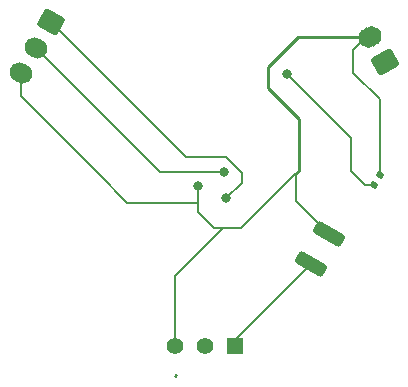
<source format=gbr>
%TF.GenerationSoftware,KiCad,Pcbnew,(6.0.8-1)-1*%
%TF.CreationDate,2022-11-16T20:25:00-05:00*%
%TF.ProjectId,Untitled,556e7469-746c-4656-942e-6b696361645f,rev?*%
%TF.SameCoordinates,Original*%
%TF.FileFunction,Copper,L2,Bot*%
%TF.FilePolarity,Positive*%
%FSLAX46Y46*%
G04 Gerber Fmt 4.6, Leading zero omitted, Abs format (unit mm)*
G04 Created by KiCad (PCBNEW (6.0.8-1)-1) date 2022-11-16 20:25:00*
%MOMM*%
%LPD*%
G01*
G04 APERTURE LIST*
G04 Aperture macros list*
%AMRoundRect*
0 Rectangle with rounded corners*
0 $1 Rounding radius*
0 $2 $3 $4 $5 $6 $7 $8 $9 X,Y pos of 4 corners*
0 Add a 4 corners polygon primitive as box body*
4,1,4,$2,$3,$4,$5,$6,$7,$8,$9,$2,$3,0*
0 Add four circle primitives for the rounded corners*
1,1,$1+$1,$2,$3*
1,1,$1+$1,$4,$5*
1,1,$1+$1,$6,$7*
1,1,$1+$1,$8,$9*
0 Add four rect primitives between the rounded corners*
20,1,$1+$1,$2,$3,$4,$5,0*
20,1,$1+$1,$4,$5,$6,$7,0*
20,1,$1+$1,$6,$7,$8,$9,0*
20,1,$1+$1,$8,$9,$2,$3,0*%
%AMHorizOval*
0 Thick line with rounded ends*
0 $1 width*
0 $2 $3 position (X,Y) of the first rounded end (center of the circle)*
0 $4 $5 position (X,Y) of the second rounded end (center of the circle)*
0 Add line between two ends*
20,1,$1,$2,$3,$4,$5,0*
0 Add two circle primitives to create the rounded ends*
1,1,$1,$2,$3*
1,1,$1,$4,$5*%
G04 Aperture macros list end*
%TA.AperFunction,ComponentPad*%
%ADD10RoundRect,0.250000X-0.327868X0.882115X-0.927868X-0.157115X0.327868X-0.882115X0.927868X0.157115X0*%
%TD*%
%TA.AperFunction,ComponentPad*%
%ADD11HorizOval,1.700000X-0.108253X0.062500X0.108253X-0.062500X0*%
%TD*%
%TA.AperFunction,ComponentPad*%
%ADD12R,1.397000X1.397000*%
%TD*%
%TA.AperFunction,ComponentPad*%
%ADD13C,1.397000*%
%TD*%
%TA.AperFunction,SMDPad,CuDef*%
%ADD14RoundRect,0.135000X-0.092715X0.209413X-0.227715X-0.024413X0.092715X-0.209413X0.227715X0.024413X0*%
%TD*%
%TA.AperFunction,SMDPad,CuDef*%
%ADD15RoundRect,0.250000X-0.790128X0.831458X-1.115128X0.268542X0.790128X-0.831458X1.115128X-0.268542X0*%
%TD*%
%TA.AperFunction,ComponentPad*%
%ADD16RoundRect,0.250000X0.949519X-0.144615X0.349519X0.894615X-0.949519X0.144615X-0.349519X-0.894615X0*%
%TD*%
%TA.AperFunction,ComponentPad*%
%ADD17HorizOval,1.700000X0.129904X0.075000X-0.129904X-0.075000X0*%
%TD*%
%TA.AperFunction,ViaPad*%
%ADD18C,0.800000*%
%TD*%
%TA.AperFunction,Conductor*%
%ADD19C,0.200000*%
%TD*%
%TA.AperFunction,Conductor*%
%ADD20C,0.250000*%
%TD*%
G04 APERTURE END LIST*
D10*
%TO.P,REF\u002A\u002A,1*%
%TO.N,N/C*%
X90600000Y-47800000D03*
D11*
%TO.P,REF\u002A\u002A,2*%
X89350000Y-49965064D03*
%TO.P,REF\u002A\u002A,3*%
X88100000Y-52130127D03*
%TD*%
D12*
%TO.P,REF\u002A\u002A,1*%
%TO.N,N/C*%
X106187500Y-75250100D03*
D13*
%TO.P,REF\u002A\u002A,2*%
X103647500Y-75250100D03*
%TO.P,REF\u002A\u002A,3*%
X101107500Y-75250100D03*
%TD*%
D14*
%TO.P,REF\u002A\u002A,1*%
%TO.N,N/C*%
X118455000Y-60758327D03*
%TO.P,REF\u002A\u002A,2*%
X117945000Y-61641673D03*
%TD*%
D15*
%TO.P,REF\u002A\u002A,1*%
%TO.N,N/C*%
X114137500Y-65722613D03*
%TO.P,REF\u002A\u002A,2*%
X112662500Y-68277387D03*
%TD*%
D16*
%TO.P,REF\u002A\u002A,1*%
%TO.N,N/C*%
X118879664Y-51220032D03*
D17*
%TO.P,REF\u002A\u002A,2*%
X117629664Y-49054968D03*
%TD*%
D18*
%TO.N,*%
X105490000Y-62710000D03*
X110600000Y-52200000D03*
X105290000Y-60510000D03*
X103110000Y-61690000D03*
%TD*%
D19*
%TO.N,*%
X111400000Y-62985113D02*
X114137500Y-65722613D01*
X106740000Y-65220000D02*
X106020000Y-65220000D01*
X88100000Y-54100000D02*
X88100000Y-52130127D01*
X94700000Y-60700000D02*
X88100000Y-54100000D01*
X110600000Y-52200000D02*
X116000000Y-57600000D01*
D20*
X109000000Y-53400000D02*
X109000000Y-51600000D01*
D19*
X106800000Y-61400000D02*
X105490000Y-62710000D01*
X102050000Y-59250000D02*
X105450000Y-59250000D01*
X109580000Y-62380000D02*
X108680000Y-63280000D01*
X106800000Y-60600000D02*
X106800000Y-61400000D01*
X116200000Y-52090000D02*
X116200000Y-50200000D01*
X97110000Y-63110000D02*
X94700000Y-60700000D01*
X89350000Y-49965064D02*
X99894936Y-60510000D01*
D20*
X111545032Y-49054968D02*
X117629664Y-49054968D01*
D19*
X108680000Y-63280000D02*
X106740000Y-65220000D01*
X109620000Y-62380000D02*
X109580000Y-62380000D01*
D20*
X111600000Y-56000000D02*
X109000000Y-53400000D01*
D19*
X105450000Y-59250000D02*
X106800000Y-60600000D01*
X104420000Y-65220000D02*
X103110000Y-63910000D01*
X106020000Y-65220000D02*
X105220000Y-65220000D01*
X106187500Y-74752387D02*
X112662500Y-68277387D01*
X117241673Y-61641673D02*
X117945000Y-61641673D01*
X111400000Y-60600000D02*
X111400000Y-62985113D01*
X95000000Y-61000000D02*
X94700000Y-60700000D01*
D20*
X101200000Y-77732500D02*
X101132500Y-77800000D01*
D19*
X103110000Y-63110000D02*
X97110000Y-63110000D01*
X88838020Y-49453084D02*
X89350000Y-49965064D01*
D20*
X109000000Y-51600000D02*
X111545032Y-49054968D01*
D19*
X117345032Y-49054968D02*
X117629664Y-49054968D01*
X99894936Y-60510000D02*
X105290000Y-60510000D01*
X118455000Y-54345000D02*
X116200000Y-52090000D01*
X101107500Y-75250100D02*
X101107500Y-69332500D01*
X118641673Y-60758327D02*
X118455000Y-60758327D01*
X116000000Y-57600000D02*
X116000000Y-60400000D01*
X89927611Y-47253380D02*
X90053380Y-47253380D01*
X105220000Y-65220000D02*
X104420000Y-65220000D01*
X101107500Y-69332500D02*
X105220000Y-65220000D01*
D20*
X111400000Y-60600000D02*
X111600000Y-60400000D01*
D19*
X106187500Y-75250100D02*
X106187500Y-74752387D01*
X116200000Y-50200000D02*
X117345032Y-49054968D01*
D20*
X111600000Y-60400000D02*
X111600000Y-56000000D01*
D19*
X111400000Y-60600000D02*
X109620000Y-62380000D01*
X109470000Y-62490000D02*
X109580000Y-62380000D01*
X105490000Y-62710000D02*
X105490000Y-62690000D01*
X103110000Y-63910000D02*
X103110000Y-63110000D01*
X118455000Y-51644696D02*
X118879664Y-51220032D01*
X88657611Y-49453084D02*
X88838020Y-49453084D01*
X103110000Y-63110000D02*
X103110000Y-61690000D01*
X116000000Y-60400000D02*
X117241673Y-61641673D01*
X90053380Y-47253380D02*
X102050000Y-59250000D01*
X118455000Y-60758327D02*
X118455000Y-54345000D01*
%TD*%
M02*

</source>
